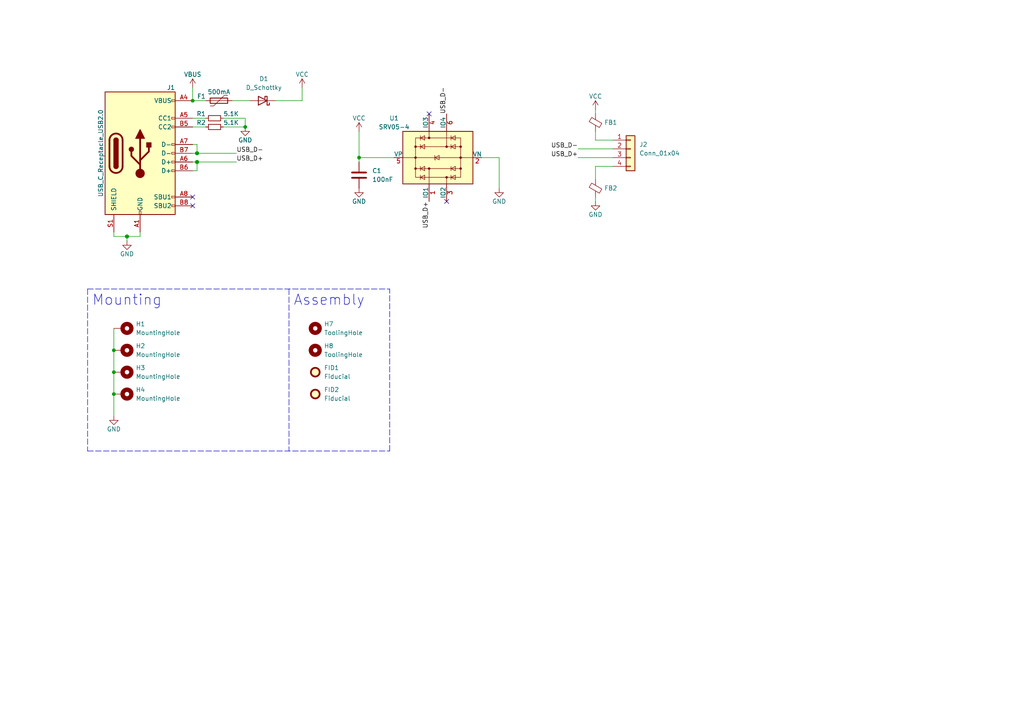
<source format=kicad_sch>
(kicad_sch (version 20211123) (generator eeschema)
  (paper "A4")
  (lib_symbols
    (symbol "Connector:USB_C_Receptacle_USB2.0" (pin_names (offset 1.016))
      (property "Reference" "J" (at -10.16 19.05 0))
      (property "Value" "USB_C_Receptacle_USB2.0" (at 19.05 19.05 0))
      (symbol "USB_C_Receptacle_USB2.0_0_0"
        (rectangle (start -0.254 -17.78) (end 0.254 -16.764))
        (rectangle (start 10.16 -14.986) (end 9.144 -15.494))
        (rectangle (start 10.16 -12.446) (end 9.144 -12.954))
        (rectangle (start 10.16 -4.826) (end 9.144 -5.334))
        (rectangle (start 10.16 -2.286) (end 9.144 -2.794))
        (rectangle (start 10.16 0.254) (end 9.144 -0.254))
        (rectangle (start 10.16 2.794) (end 9.144 2.286))
        (rectangle (start 10.16 7.874) (end 9.144 7.366))
        (rectangle (start 10.16 10.414) (end 9.144 9.906))
        (rectangle (start 10.16 15.494) (end 9.144 14.986))
      )
      (symbol "USB_C_Receptacle_USB2.0_0_1"
        (rectangle (start -10.16 17.78) (end 10.16 -17.78) (stroke (width 0.254)) (fill (type background)))
        (arc (start -8.89 -3.81) (mid -6.985 -5.715) (end -5.08 -3.81) (stroke (width 0.508)))
        (arc (start -7.62 -3.81) (mid -6.985 -4.445) (end -6.35 -3.81) (stroke (width 0.254)))
        (arc (start -7.62 -3.81) (mid -6.985 -4.445) (end -6.35 -3.81) (stroke (width 0.254)) (fill (type outline)))
        (rectangle (start -7.62 -3.81) (end -6.35 3.81) (stroke (width 0.254)) (fill (type outline)))
        (arc (start -6.35 3.81) (mid -6.985 4.445) (end -7.62 3.81) (stroke (width 0.254)))
        (arc (start -6.35 3.81) (mid -6.985 4.445) (end -7.62 3.81) (stroke (width 0.254)) (fill (type outline)))
        (arc (start -5.08 3.81) (mid -6.985 5.715) (end -8.89 3.81) (stroke (width 0.508)))
        (circle (center -2.54 1.143) (radius 0.635) (stroke (width 0.254)) (fill (type outline)))
        (circle (center 0 -5.842) (radius 1.27) (fill (type outline)))
        (polyline (pts (xy -8.89 -3.81) (xy -8.89 3.81)) (stroke (width 0.508)))
        (polyline (pts (xy -5.08 3.81) (xy -5.08 -3.81)) (stroke (width 0.508)))
        (polyline (pts (xy 0 -5.842) (xy 0 4.318)) (stroke (width 0.508)))
        (polyline (pts (xy 0 -3.302) (xy -2.54 -0.762) (xy -2.54 0.508)) (stroke (width 0.508)))
        (polyline (pts (xy 0 -2.032) (xy 2.54 0.508) (xy 2.54 1.778)) (stroke (width 0.508)))
        (polyline (pts (xy -1.27 4.318) (xy 0 6.858) (xy 1.27 4.318) (xy -1.27 4.318)) (stroke (width 0.254)) (fill (type outline)))
        (rectangle (start 1.905 1.778) (end 3.175 3.048) (stroke (width 0.254)) (fill (type outline)))
      )
      (symbol "USB_C_Receptacle_USB2.0_1_1"
        (pin passive line (at 0 -22.86 90) (length 5.08) (name "GND") (number "A1"))
        (pin passive line (at 0 -22.86 90) (length 5.08) hide (name "GND") (number "A12"))
        (pin passive line (at 15.24 15.24 180) (length 5.08) (name "VBUS") (number "A4"))
        (pin bidirectional line (at 15.24 10.16 180) (length 5.08) (name "CC1") (number "A5"))
        (pin bidirectional line (at 15.24 -2.54 180) (length 5.08) (name "D+") (number "A6"))
        (pin bidirectional line (at 15.24 2.54 180) (length 5.08) (name "D-") (number "A7"))
        (pin bidirectional line (at 15.24 -12.7 180) (length 5.08) (name "SBU1") (number "A8"))
        (pin passive line (at 15.24 15.24 180) (length 5.08) hide (name "VBUS") (number "A9"))
        (pin passive line (at 0 -22.86 90) (length 5.08) hide (name "GND") (number "B1"))
        (pin passive line (at 0 -22.86 90) (length 5.08) hide (name "GND") (number "B12"))
        (pin passive line (at 15.24 15.24 180) (length 5.08) hide (name "VBUS") (number "B4"))
        (pin bidirectional line (at 15.24 7.62 180) (length 5.08) (name "CC2") (number "B5"))
        (pin bidirectional line (at 15.24 -5.08 180) (length 5.08) (name "D+") (number "B6"))
        (pin bidirectional line (at 15.24 0 180) (length 5.08) (name "D-") (number "B7"))
        (pin bidirectional line (at 15.24 -15.24 180) (length 5.08) (name "SBU2") (number "B8"))
        (pin passive line (at 15.24 15.24 180) (length 5.08) hide (name "VBUS") (number "B9"))
        (pin passive line (at -7.62 -22.86 90) (length 5.08) (name "SHIELD") (number "S1"))
      )
    )
    (symbol "Connector_Generic:Conn_01x04" (pin_names (offset 1.016) hide)
      (property "Reference" "J" (at 0 5.08 0))
      (property "Value" "Conn_01x04" (at 0 -7.62 0))
      (symbol "Conn_01x04_1_1"
        (rectangle (start -1.27 -4.953) (end 0 -5.207) (stroke (width 0.1524)))
        (rectangle (start -1.27 -2.413) (end 0 -2.667) (stroke (width 0.1524)))
        (rectangle (start -1.27 0.127) (end 0 -0.127) (stroke (width 0.1524)))
        (rectangle (start -1.27 2.667) (end 0 2.413) (stroke (width 0.1524)))
        (rectangle (start -1.27 3.81) (end 1.27 -6.35) (stroke (width 0.254)) (fill (type background)))
        (pin passive line (at -5.08 2.54 0) (length 3.81) (name "Pin_1") (number "1"))
        (pin passive line (at -5.08 0 0) (length 3.81) (name "Pin_2") (number "2"))
        (pin passive line (at -5.08 -2.54 0) (length 3.81) (name "Pin_3") (number "3"))
        (pin passive line (at -5.08 -5.08 0) (length 3.81) (name "Pin_4") (number "4"))
      )
    )
    (symbol "Device:C" (pin_numbers hide) (pin_names (offset 0.254))
      (property "Reference" "C" (at 0.635 2.54 0))
      (property "Value" "C" (at 0.635 -2.54 0))
      (symbol "C_0_1"
        (polyline (pts (xy -2.032 -0.762) (xy 2.032 -0.762)) (stroke (width 0.508)))
        (polyline (pts (xy -2.032 0.762) (xy 2.032 0.762)) (stroke (width 0.508)))
      )
      (symbol "C_1_1"
        (pin passive line (at 0 3.81 270) (length 2.794) (name "~") (number "1"))
        (pin passive line (at 0 -3.81 90) (length 2.794) (name "~") (number "2"))
      )
    )
    (symbol "Device:D_Schottky" (pin_numbers hide) (pin_names (offset 1.016) hide)
      (property "Reference" "D" (at 0 2.54 0))
      (property "Value" "D_Schottky" (at 0 -2.54 0))
      (symbol "D_Schottky_0_1"
        (polyline (pts (xy 1.27 0) (xy -1.27 0)))
        (polyline (pts (xy 1.27 1.27) (xy 1.27 -1.27) (xy -1.27 0) (xy 1.27 1.27)) (stroke (width 0.254)))
        (polyline (pts (xy -1.905 0.635) (xy -1.905 1.27) (xy -1.27 1.27) (xy -1.27 -1.27) (xy -0.635 -1.27) (xy -0.635 -0.635)) (stroke (width 0.254)))
      )
      (symbol "D_Schottky_1_1"
        (pin passive line (at -3.81 0 0) (length 2.54) (name "K") (number "1"))
        (pin passive line (at 3.81 0 180) (length 2.54) (name "A") (number "2"))
      )
    )
    (symbol "Device:FerriteBead_Small" (pin_numbers hide) (pin_names (offset 0))
      (property "Reference" "FB" (at 1.905 1.27 0))
      (property "Value" "FerriteBead_Small" (at 1.905 -1.27 0))
      (symbol "FerriteBead_Small_0_1"
        (polyline (pts (xy 0 -1.27) (xy 0 -0.7874)))
        (polyline (pts (xy 0 0.889) (xy 0 1.2954)))
        (polyline (pts (xy -1.8288 0.2794) (xy -1.1176 1.4986) (xy 1.8288 -0.2032) (xy 1.1176 -1.4224) (xy -1.8288 0.2794)))
      )
      (symbol "FerriteBead_Small_1_1"
        (pin passive line (at 0 2.54 270) (length 1.27) (name "~") (number "1"))
        (pin passive line (at 0 -2.54 90) (length 1.27) (name "~") (number "2"))
      )
    )
    (symbol "Device:Polyfuse" (pin_numbers hide) (pin_names (offset 0))
      (property "Reference" "F" (at -2.54 0 90))
      (property "Value" "Polyfuse" (at 2.54 0 90))
      (symbol "Polyfuse_0_1"
        (rectangle (start -0.762 2.54) (end 0.762 -2.54) (stroke (width 0.254)))
        (polyline (pts (xy 0 2.54) (xy 0 -2.54)))
        (polyline (pts (xy -1.524 2.54) (xy -1.524 1.524) (xy 1.524 -1.524) (xy 1.524 -2.54)))
      )
      (symbol "Polyfuse_1_1"
        (pin passive line (at 0 3.81 270) (length 1.27) (name "~") (number "1"))
        (pin passive line (at 0 -3.81 90) (length 1.27) (name "~") (number "2"))
      )
    )
    (symbol "Device:R_Small" (pin_numbers hide) (pin_names (offset 0.254) hide)
      (property "Reference" "R" (at 0.762 0.508 0))
      (property "Value" "R_Small" (at 0.762 -1.016 0))
      (symbol "R_Small_0_1"
        (rectangle (start -0.762 1.778) (end 0.762 -1.778) (stroke (width 0.2032)))
      )
      (symbol "R_Small_1_1"
        (pin passive line (at 0 2.54 270) (length 0.762) (name "~") (number "1"))
        (pin passive line (at 0 -2.54 90) (length 0.762) (name "~") (number "2"))
      )
    )
    (symbol "Mechanical:Fiducial"
      (property "Reference" "FID" (at 0 5.08 0))
      (property "Value" "Fiducial" (at 0 3.175 0))
      (symbol "Fiducial_0_1"
        (circle (center 0 0) (radius 1.27) (stroke (width 0.508)) (fill (type background)))
      )
    )
    (symbol "Mechanical:MountingHole" (pin_names (offset 1.016))
      (property "Reference" "H" (at 0 5.08 0))
      (property "Value" "MountingHole" (at 0 3.175 0))
      (symbol "MountingHole_0_1"
        (circle (center 0 0) (radius 1.27) (stroke (width 1.27)))
      )
    )
    (symbol "Mechanical:MountingHole_Pad" (pin_numbers hide) (pin_names (offset 1.016) hide)
      (property "Reference" "H" (at 0 6.35 0))
      (property "Value" "MountingHole_Pad" (at 0 4.445 0))
      (symbol "MountingHole_Pad_0_1"
        (circle (center 0 1.27) (radius 1.27) (stroke (width 1.27)))
      )
      (symbol "MountingHole_Pad_1_1"
        (pin input line (at 0 -2.54 90) (length 2.54) (name "1") (number "1"))
      )
    )
    (symbol "Power_Protection:SRV05-4" (pin_names (offset 0))
      (property "Reference" "U" (at -5.08 11.43 0))
      (property "Value" "SRV05-4" (at 2.54 11.43 0))
      (symbol "SRV05-4_0_0"
        (rectangle (start -5.715 6.477) (end 5.715 -6.604))
        (polyline (pts (xy -3.175 -6.604) (xy -3.175 6.477)))
        (polyline (pts (xy 3.175 6.477) (xy 3.175 -6.604)))
      )
      (symbol "SRV05-4_0_1"
        (rectangle (start -7.62 10.16) (end 7.62 -10.16) (stroke (width 0.254)) (fill (type background)))
        (circle (center -5.715 -2.54) (radius 0.2794) (fill (type outline)))
        (circle (center -3.175 -6.604) (radius 0.2794) (fill (type outline)))
        (circle (center -3.175 2.54) (radius 0.2794) (fill (type outline)))
        (circle (center -3.175 6.477) (radius 0.2794) (fill (type outline)))
        (circle (center 0 -6.604) (radius 0.2794) (fill (type outline)))
        (polyline (pts (xy -7.747 2.54) (xy -3.175 2.54)))
        (polyline (pts (xy -7.62 -2.54) (xy -5.715 -2.54)))
        (polyline (pts (xy -5.08 -3.81) (xy -6.35 -3.81)))
        (polyline (pts (xy -5.08 5.08) (xy -6.35 5.08)))
        (polyline (pts (xy -2.54 -3.81) (xy -3.81 -3.81)))
        (polyline (pts (xy -2.54 5.08) (xy -3.81 5.08)))
        (polyline (pts (xy 0 10.16) (xy 0 -10.16)))
        (polyline (pts (xy 3.81 -3.81) (xy 2.54 -3.81)))
        (polyline (pts (xy 3.81 5.08) (xy 2.54 5.08)))
        (polyline (pts (xy 6.35 -3.81) (xy 5.08 -3.81)))
        (polyline (pts (xy 6.35 5.08) (xy 5.08 5.08)))
        (polyline (pts (xy 7.62 -2.54) (xy 3.175 -2.54)))
        (polyline (pts (xy 7.62 2.54) (xy 5.715 2.54)))
        (polyline (pts (xy 0.635 0.889) (xy -0.635 0.889) (xy -0.635 0.635)))
        (polyline (pts (xy -5.08 -5.08) (xy -6.35 -5.08) (xy -5.715 -3.81) (xy -5.08 -5.08)))
        (polyline (pts (xy -5.08 3.81) (xy -6.35 3.81) (xy -5.715 5.08) (xy -5.08 3.81)))
        (polyline (pts (xy -2.54 -5.08) (xy -3.81 -5.08) (xy -3.175 -3.81) (xy -2.54 -5.08)))
        (polyline (pts (xy -2.54 3.81) (xy -3.81 3.81) (xy -3.175 5.08) (xy -2.54 3.81)))
        (polyline (pts (xy 0.635 -0.381) (xy -0.635 -0.381) (xy 0 0.889) (xy 0.635 -0.381)))
        (polyline (pts (xy 3.81 -5.08) (xy 2.54 -5.08) (xy 3.175 -3.81) (xy 3.81 -5.08)))
        (polyline (pts (xy 3.81 3.81) (xy 2.54 3.81) (xy 3.175 5.08) (xy 3.81 3.81)))
        (polyline (pts (xy 6.35 -5.08) (xy 5.08 -5.08) (xy 5.715 -3.81) (xy 6.35 -5.08)))
        (polyline (pts (xy 6.35 3.81) (xy 5.08 3.81) (xy 5.715 5.08) (xy 6.35 3.81)))
        (circle (center 0 6.477) (radius 0.2794) (fill (type outline)))
        (circle (center 3.175 -6.604) (radius 0.2794) (fill (type outline)))
        (circle (center 3.175 -2.54) (radius 0.2794) (fill (type outline)))
        (circle (center 3.175 6.477) (radius 0.2794) (fill (type outline)))
        (circle (center 5.715 2.54) (radius 0.2794) (fill (type outline)))
      )
      (symbol "SRV05-4_1_1"
        (pin passive line (at -12.7 2.54 0) (length 5.08) (name "IO1") (number "1"))
        (pin passive line (at 0 -12.7 90) (length 2.54) (name "VN") (number "2"))
        (pin passive line (at -12.7 -2.54 0) (length 5.08) (name "IO2") (number "3"))
        (pin passive line (at 12.7 2.54 180) (length 5.08) (name "IO3") (number "4"))
        (pin passive line (at 0 12.7 270) (length 2.54) (name "VP") (number "5"))
        (pin passive line (at 12.7 -2.54 180) (length 5.08) (name "IO4") (number "6"))
      )
    )
    (symbol "power:GND" (power) (pin_names (offset 0))
      (property "Value" "GND" (at 0 -3.81 0))
      (symbol "GND_0_1"
        (polyline (pts (xy 0 0) (xy 0 -1.27) (xy 1.27 -1.27) (xy 0 -2.54) (xy -1.27 -1.27) (xy 0 -1.27)))
      )
      (symbol "GND_1_1"
        (pin power_in line (at 0 0 270) (length 0) hide (name "GND") (number "1"))
      )
    )
    (symbol "power:VBUS" (power) (pin_names (offset 0))
      (property "Value" "VBUS" (at 0 3.81 0))
      (symbol "VBUS_0_1"
        (polyline (pts (xy -0.762 1.27) (xy 0 2.54)))
        (polyline (pts (xy 0 0) (xy 0 2.54)))
        (polyline (pts (xy 0 2.54) (xy 0.762 1.27)))
      )
      (symbol "VBUS_1_1"
        (pin power_in line (at 0 0 90) (length 0) hide (name "VBUS") (number "1"))
      )
    )
    (symbol "power:VCC" (power) (pin_names (offset 0))
      (property "Value" "VCC" (at 0 3.81 0))
      (symbol "VCC_0_1"
        (polyline (pts (xy -0.762 1.27) (xy 0 2.54)))
        (polyline (pts (xy 0 0) (xy 0 2.54)))
        (polyline (pts (xy 0 2.54) (xy 0.762 1.27)))
      )
      (symbol "VCC_1_1"
        (pin power_in line (at 0 0 90) (length 0) hide (name "VCC") (number "1"))
      )
    )
  )
  (junction (at 36.83 68.58) (diameter 1.016))
  (junction (at 33.02 114.3))
  (junction (at 33.02 107.95))
  (junction (at 57.15 44.45) (diameter 1.016))
  (junction (at 55.88 29.21))
  (junction (at 33.02 101.6))
  (junction (at 57.15 46.99) (diameter 1.016))
  (junction (at 104.14 45.72))
  (junction (at 71.12 36.83))
  (no_connect (at 55.88 59.69))
  (no_connect (at 124.46 33.02))
  (no_connect (at 129.54 58.42))
  (no_connect (at 55.88 57.15))
  (wire (pts (xy 33.02 95.25) (xy 33.02 101.6)))
  (wire (pts (xy 80.01 29.21) (xy 87.63 29.21)))
  (wire (pts (xy 104.14 45.72) (xy 104.14 46.99)))
  (wire (pts (xy 33.02 67.31) (xy 33.02 68.58)))
  (wire (pts (xy 33.02 107.95) (xy 33.02 114.3)))
  (wire (pts (xy 64.77 34.29) (xy 71.12 34.29)))
  (wire (pts (xy 33.02 114.3) (xy 33.02 120.65)))
  (wire (pts (xy 104.14 38.1) (xy 104.14 45.72)))
  (wire (pts (xy 177.8 40.64) (xy 172.72 40.64)))
  (wire (pts (xy 40.64 68.58) (xy 40.64 67.31)))
  (wire (pts (xy 36.83 68.58) (xy 36.83 69.85)))
  (wire (pts (xy 55.88 46.99) (xy 57.15 46.99)))
  (wire (pts (xy 55.88 29.21) (xy 59.69 29.21)))
  (wire (pts (xy 71.12 34.29) (xy 71.12 36.83)))
  (wire (pts (xy 144.78 45.72) (xy 144.78 54.61)))
  (wire (pts (xy 33.02 101.6) (xy 33.02 107.95)))
  (wire (pts (xy 57.15 46.99) (xy 68.58 46.99)))
  (wire (pts (xy 55.88 44.45) (xy 57.15 44.45)))
  (wire (pts (xy 104.14 45.72) (xy 114.3 45.72)))
  (wire (pts (xy 57.15 44.45) (xy 68.58 44.45)))
  (wire (pts (xy 87.63 25.4) (xy 87.63 29.21)))
  (wire (pts (xy 67.31 29.21) (xy 72.39 29.21)))
  (wire (pts (xy 172.72 48.26) (xy 172.72 52.07)))
  (polyline (pts (xy 25.4 130.81) (xy 113.03 130.81)))
  (wire (pts (xy 172.72 38.1) (xy 172.72 40.64)))
  (wire (pts (xy 33.02 68.58) (xy 36.83 68.58)))
  (wire (pts (xy 172.72 31.75) (xy 172.72 33.02)))
  (wire (pts (xy 64.77 36.83) (xy 71.12 36.83)))
  (polyline (pts (xy 25.4 83.82) (xy 113.03 83.82)))
  (polyline (pts (xy 25.4 83.82) (xy 25.4 130.81)))
  (polyline (pts (xy 83.82 83.82) (xy 83.82 130.81)))
  (wire (pts (xy 55.88 25.4) (xy 55.88 29.21)))
  (wire (pts (xy 57.15 41.91) (xy 57.15 44.45)))
  (polyline (pts (xy 113.03 130.81) (xy 113.03 83.82)))
  (wire (pts (xy 57.15 49.53) (xy 57.15 46.99)))
  (wire (pts (xy 55.88 36.83) (xy 59.69 36.83)))
  (wire (pts (xy 177.8 48.26) (xy 172.72 48.26)))
  (wire (pts (xy 139.7 45.72) (xy 144.78 45.72)))
  (wire (pts (xy 167.64 45.72) (xy 177.8 45.72)))
  (wire (pts (xy 55.88 49.53) (xy 57.15 49.53)))
  (wire (pts (xy 167.64 43.18) (xy 177.8 43.18)))
  (wire (pts (xy 55.88 41.91) (xy 57.15 41.91)))
  (wire (pts (xy 36.83 68.58) (xy 40.64 68.58)))
  (wire (pts (xy 172.72 58.42) (xy 172.72 57.15)))
  (wire (pts (xy 55.88 34.29) (xy 59.69 34.29)))
  (text "Assembly" (at 85.09 88.9 0) (effects (font (size 3 3)) (justify left bottom)))
  (text "Mounting" (at 26.67 88.9 0) (effects (font (size 3 3)) (justify left bottom)))
  (label "USB_D+" (at 167.64 45.72 180))
  (label "USB_D-" (at 68.58 44.45 0))
  (label "USB_D+" (at 124.46 58.42 270))
  (label "USB_D-" (at 167.64 43.18 180))
  (label "USB_D+" (at 68.58 46.99 0))
  (label "USB_D-" (at 129.54 33.02 90))
  (symbol (lib_id "power:GND") (at 33.02 120.65 0) (unit 1)
    (property "Reference" "#PWR0101" (effects hide))
    (property "Value" "GND" (at 33.02 124.46 0))
  )
  (symbol (lib_id "power:VCC") (at 104.14 38.1 0) (unit 1)
    (property "Reference" "#PWR0103" (effects hide))
    (property "Value" "VCC" (at 104.14 34.29 0))
  )
  (symbol (lib_id "Connector:USB_C_Receptacle_USB2.0") (at 40.64 44.45 0) (unit 1)
    (property "Reference" "J1" (at 50.8 25.4 0) (effects (justify right)))
    (property "Value" "USB_C_Receptacle_USB2.0" (at 29.21 44.45 90))
    (property "Footprint" "Connector_USB:USB_C_Receptacle_XKB_U262-16XN-4BVC11" (effects hide))
    (property "Datasheet" "https://www.usb.org/sites/default/files/documents/usb_type-c.zip" (effects hide))
    (property "LCSC" "C319148" (effects hide))
  )
  (symbol (lib_id "power:GND") (at 71.12 36.83 0) (unit 1)
    (property "Reference" "#PWR03" (effects hide))
    (property "Value" "GND" (at 71.12 40.64 0))
  )
  (symbol (lib_id "Mechanical:MountingHole") (at 91.44 101.6 0) (unit 1) (in_bom no)
    (property "Reference" "H8" (at 93.98 100.3299 0) (effects (justify left)))
    (property "Value" "ToolingHole" (at 93.98 102.8699 0) (effects (justify left)))
    (property "Footprint" "ymdk_footprints:ToolingHole_1.152mm" (effects hide))
  )
  (symbol (lib_id "Mechanical:MountingHole_Pad") (at 35.56 107.95 270) (unit 1) (in_bom no)
    (property "Reference" "H3" (at 39.37 106.6799 90) (effects (justify left)))
    (property "Value" "MountingHole" (at 39.37 109.2199 90) (effects (justify left)))
    (property "Footprint" "ymdk_footprints:MountingHole_.12in_Pad_.02in" (effects hide))
  )
  (symbol (lib_id "Device:C") (at 104.14 50.8 0) (unit 1)
    (property "Reference" "C1" (at 107.95 49.5299 0) (effects (justify left)))
    (property "Value" "100nF" (at 107.95 52.0699 0) (effects (justify left)))
    (property "Footprint" "Capacitor_SMD:C_0603_1608Metric" (effects hide))
    (property "LCSC" "C14663" (effects hide))
  )
  (symbol (lib_id "Device:R_Small") (at 62.23 34.29 90) (unit 1)
    (property "Reference" "R1" (at 59.69 33.02 90) (effects (justify left)))
    (property "Value" "5.1K" (at 64.77 33.02 90) (effects (justify right)))
    (property "Footprint" "Resistor_SMD:R_0603_1608Metric" (effects hide))
    (property "LCSC" "C23186" (effects hide))
  )
  (symbol (lib_id "power:GND") (at 104.14 54.61 0) (unit 1)
    (property "Reference" "#PWR0104" (effects hide))
    (property "Value" "GND" (at 104.14 58.42 0))
  )
  (symbol (lib_id "Mechanical:Fiducial") (at 91.44 107.95 0) (unit 1) (in_bom no)
    (property "Reference" "FID1" (at 93.98 106.6799 0) (effects (justify left)))
    (property "Value" "Fiducial" (at 93.98 109.2199 0) (effects (justify left)))
    (property "Footprint" "Fiducial:Fiducial_1mm_Mask2mm" (effects hide))
  )
  (symbol (lib_id "Mechanical:MountingHole_Pad") (at 35.56 101.6 270) (unit 1) (in_bom no)
    (property "Reference" "H2" (at 39.37 100.3299 90) (effects (justify left)))
    (property "Value" "MountingHole" (at 39.37 102.8699 90) (effects (justify left)))
    (property "Footprint" "ymdk_footprints:MountingHole_.12in_Pad_.02in" (effects hide))
  )
  (symbol (lib_id "Device:Polyfuse") (at 63.5 29.21 90) (unit 1)
    (property "Reference" "F1" (at 58.42 27.94 90))
    (property "Value" "500mA" (at 63.5 26.67 90))
    (property "Footprint" "Fuse:Fuse_1812_4532Metric" (effects hide))
    (property "LCSC" "C12559" (effects hide))
  )
  (symbol (lib_id "power:VBUS") (at 55.88 25.4 0) (unit 1)
    (property "Reference" "#PWR02" (effects hide))
    (property "Value" "VBUS" (at 55.88 21.59 0))
  )
  (symbol (lib_id "power:VCC") (at 87.63 25.4 0) (unit 1)
    (property "Reference" "#PWR0105" (effects hide))
    (property "Value" "VCC" (at 87.63 21.59 0))
  )
  (symbol (lib_id "Device:D_Schottky") (at 76.2 29.21 180) (unit 1)
    (property "Reference" "D1" (at 76.5175 22.86 0))
    (property "Value" "D_Schottky" (at 76.5175 25.4 0))
    (property "Footprint" "Diode_SMD:D_SOD-123" (effects hide))
    (property "LCSC" "C8598" (effects hide))
  )
  (symbol (lib_id "Mechanical:MountingHole") (at 91.44 95.25 0) (unit 1) (in_bom no)
    (property "Reference" "H7" (at 93.98 93.9799 0) (effects (justify left)))
    (property "Value" "ToolingHole" (at 93.98 96.5199 0) (effects (justify left)))
    (property "Footprint" "ymdk_footprints:ToolingHole_1.152mm" (effects hide))
  )
  (symbol (lib_id "power:VCC") (at 172.72 31.75 0) (unit 1)
    (property "Reference" "#PWR0107" (effects hide))
    (property "Value" "VCC" (at 172.72 27.94 0))
  )
  (symbol (lib_id "Device:R_Small") (at 62.23 36.83 90) (unit 1)
    (property "Reference" "R2" (at 59.69 35.56 90) (effects (justify left)))
    (property "Value" "5.1K" (at 64.77 35.56 90) (effects (justify right)))
    (property "Footprint" "Resistor_SMD:R_0603_1608Metric" (effects hide))
    (property "LCSC" "C23186" (effects hide))
  )
  (symbol (lib_id "power:GND") (at 36.83 69.85 0) (unit 1)
    (property "Reference" "#PWR01" (effects hide))
    (property "Value" "GND" (at 36.83 73.66 0))
  )
  (symbol (lib_id "Power_Protection:SRV05-4") (at 127 45.72 90) (unit 1)
    (property "Reference" "U1" (at 114.3 34.29 90))
    (property "Value" "SRV05-4" (at 114.3 36.83 90))
    (property "Footprint" "Package_TO_SOT_SMD:SOT-23-6" (effects hide))
    (property "Datasheet" "http://www.onsemi.com/pub/Collateral/SRV05-4-D.PDF" (effects hide))
    (property "LCSC" "C85364" (effects hide))
  )
  (symbol (lib_id "Device:FerriteBead_Small") (at 172.72 35.56 0) (unit 1)
    (property "Reference" "FB1" (at 175.26 35.5218 0) (effects (justify left)))
    (property "Value" "FerriteBead_Small" (effects hide))
    (property "Footprint" "Inductor_SMD:L_0805_2012Metric" (effects hide))
    (property "Datasheet" "https://datasheet.lcsc.com/lcsc/1811061723_FH-Guangdong-Fenghua-Advanced-Tech-CBW201209U301T_C67451.pdf" (effects hide))
    (property "LCSC" " C67451" (effects hide))
  )
  (symbol (lib_id "Mechanical:MountingHole_Pad") (at 35.56 95.25 270) (unit 1) (in_bom no)
    (property "Reference" "H1" (at 39.37 93.9799 90) (effects (justify left)))
    (property "Value" "MountingHole" (at 39.37 96.5199 90) (effects (justify left)))
    (property "Footprint" "ymdk_footprints:MountingHole_.12in_Pad_.02in" (effects hide))
  )
  (symbol (lib_id "power:GND") (at 172.72 58.42 0) (unit 1)
    (property "Reference" "#PWR08" (effects hide))
    (property "Value" "GND" (at 172.72 62.23 0))
  )
  (symbol (lib_id "power:GND") (at 144.78 54.61 0) (unit 1)
    (property "Reference" "#PWR0106" (effects hide))
    (property "Value" "GND" (at 144.78 58.42 0))
  )
  (symbol (lib_id "Connector_Generic:Conn_01x04") (at 182.88 43.18 0) (unit 1) (in_bom no)
    (property "Reference" "J2" (at 185.42 41.9099 0) (effects (justify left)))
    (property "Value" "Conn_01x04" (at 185.42 44.4499 0) (effects (justify left)))
    (property "Footprint" "ymdk_footprints:PinHeader_1x04_P2.00mm_Fingers" (effects hide))
  )
  (symbol (lib_id "Device:FerriteBead_Small") (at 172.72 54.61 0) (unit 1)
    (property "Reference" "FB2" (at 175.26 54.5718 0) (effects (justify left)))
    (property "Value" "FerriteBead_Small" (effects hide))
    (property "Footprint" "Inductor_SMD:L_0805_2012Metric" (effects hide))
    (property "Datasheet" "https://datasheet.lcsc.com/lcsc/1811061723_FH-Guangdong-Fenghua-Advanced-Tech-CBW201209U301T_C67451.pdf" (effects hide))
    (property "LCSC" " C67451" (effects hide))
  )
  (symbol (lib_id "Mechanical:Fiducial") (at 91.44 114.3 0) (unit 1) (in_bom no)
    (property "Reference" "FID2" (at 93.98 113.0299 0) (effects (justify left)))
    (property "Value" "Fiducial" (at 93.98 115.5699 0) (effects (justify left)))
    (property "Footprint" "Fiducial:Fiducial_1mm_Mask2mm" (effects hide))
  )
  (symbol (lib_id "Mechanical:MountingHole_Pad") (at 35.56 114.3 270) (unit 1) (in_bom no)
    (property "Reference" "H4" (at 39.37 113.0299 90) (effects (justify left)))
    (property "Value" "MountingHole" (at 39.37 115.5699 90) (effects (justify left)))
    (property "Footprint" "ymdk_footprints:MountingHole_.12in_Pad_.02in" (effects hide))
  )
)
</source>
